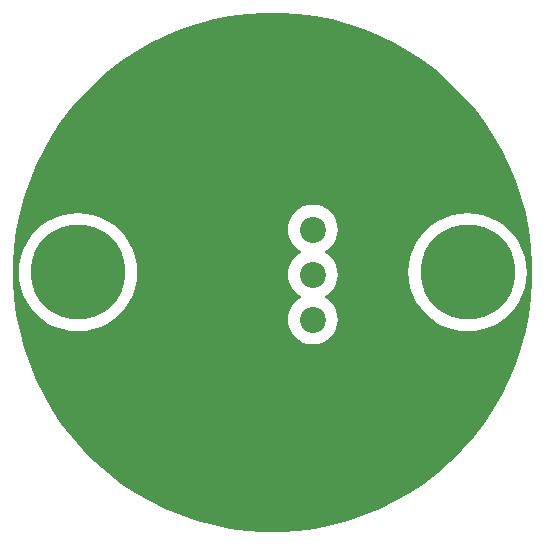
<source format=gtl>
G04*
G04 #@! TF.GenerationSoftware,Altium Limited,Altium Designer,20.1.8 (145)*
G04*
G04 Layer_Physical_Order=1*
G04 Layer_Color=255*
%FSTAX43Y43*%
%MOMM*%
G71*
G04*
G04 #@! TF.SameCoordinates,460DBC9C-AD8D-49FB-B63B-80CA5A5567CC*
G04*
G04*
G04 #@! TF.FilePolarity,Positive*
G04*
G01*
G75*
%ADD14C,2.200*%
%ADD15C,8.000*%
G36*
X0097157Y0096897D02*
X0098584Y0096709D01*
X0099996Y0096428D01*
X0101387Y0096055D01*
X010275Y0095593D01*
X0104081Y0095042D01*
X0105372Y0094405D01*
X0106619Y0093685D01*
X0107816Y0092885D01*
X0108958Y0092008D01*
X0110041Y0091059D01*
X0111059Y0090041D01*
X0112008Y0088958D01*
X0112885Y0087816D01*
X0113685Y0086619D01*
X0114405Y0085372D01*
X0115042Y0084081D01*
X0115593Y008275D01*
X0116055Y0081387D01*
X0116428Y0079996D01*
X0116709Y0078584D01*
X0116897Y0077157D01*
X0116991Y007572D01*
Y0075D01*
Y007428D01*
X0116897Y0072843D01*
X0116709Y0071416D01*
X0116428Y0070004D01*
X0116055Y0068613D01*
X0115593Y0067249D01*
X0115042Y0065919D01*
X0114405Y0064628D01*
X0113685Y0063381D01*
X0112885Y0062184D01*
X0112008Y0061042D01*
X0111059Y0059959D01*
X0110041Y0058941D01*
X0108958Y0057992D01*
X0107816Y0057115D01*
X0106619Y0056315D01*
X0105372Y0055595D01*
X0104081Y0054958D01*
X010275Y0054407D01*
X0101387Y0053945D01*
X0099996Y0053572D01*
X0098584Y0053291D01*
X0097157Y0053103D01*
X009572Y0053009D01*
X009428D01*
X0092843Y0053103D01*
X0091416Y0053291D01*
X0090004Y0053572D01*
X0088613Y0053945D01*
X008725Y0054407D01*
X0085919Y0054958D01*
X0084628Y0055595D01*
X0083381Y0056315D01*
X0082184Y0057115D01*
X0081042Y0057992D01*
X0079959Y0058941D01*
X0078941Y0059959D01*
X0077992Y0061042D01*
X0077115Y0062184D01*
X0076315Y0063381D01*
X0075595Y0064628D01*
X0074958Y0065919D01*
X0074407Y0067249D01*
X0073945Y0068613D01*
X0073572Y0070004D01*
X0073291Y0071416D01*
X0073103Y0072843D01*
X0073009Y007428D01*
Y0075D01*
Y007572D01*
X0073103Y0077157D01*
X0073291Y0078584D01*
X0073572Y0079996D01*
X0073945Y0081387D01*
X0074407Y008275D01*
X0074958Y0084081D01*
X0075595Y0085372D01*
X0076315Y0086619D01*
X0077115Y0087816D01*
X0077992Y0088958D01*
X0078941Y0090041D01*
X0079959Y0091059D01*
X0081042Y0092008D01*
X0082184Y0092885D01*
X0083381Y0093685D01*
X0084628Y0094405D01*
X0085919Y0095042D01*
X008725Y0095593D01*
X0088613Y0096055D01*
X0090004Y0096428D01*
X0091416Y0096709D01*
X0092843Y0096897D01*
X009428Y0096991D01*
X009572D01*
X0097157Y0096897D01*
D02*
G37*
%LPC*%
G36*
X01115Y0080011D02*
X0110846Y0079968D01*
X0110203Y007984D01*
X0109582Y0079629D01*
X0108995Y0079339D01*
X010845Y0078975D01*
X0107957Y0078543D01*
X0107525Y007805D01*
X0107161Y0077505D01*
X0106871Y0076918D01*
X010666Y0076297D01*
X0106532Y0075654D01*
X0106489Y0075D01*
X0106532Y0074346D01*
X010666Y0073703D01*
X0106871Y0073082D01*
X0107161Y0072495D01*
X0107525Y007195D01*
X0107957Y0071457D01*
X010845Y0071025D01*
X0108995Y0070661D01*
X0109582Y0070371D01*
X0110203Y007016D01*
X0110846Y0070032D01*
X01115Y0069989D01*
X0112154Y0070032D01*
X0112797Y007016D01*
X0113418Y0070371D01*
X0114005Y0070661D01*
X011455Y0071025D01*
X0115043Y0071457D01*
X0115475Y007195D01*
X0115839Y0072495D01*
X0116129Y0073082D01*
X011634Y0073703D01*
X0116468Y0074346D01*
X0116511Y0075D01*
X0116468Y0075654D01*
X011634Y0076297D01*
X0116129Y0076918D01*
X0115839Y0077505D01*
X0115475Y007805D01*
X0115043Y0078543D01*
X011455Y0078975D01*
X0114005Y0079339D01*
X0113418Y0079629D01*
X0112797Y007984D01*
X0112154Y0079968D01*
X01115Y0080011D01*
D02*
G37*
G36*
X00785D02*
X0077846Y0079968D01*
X0077203Y007984D01*
X0076582Y0079629D01*
X0075995Y0079339D01*
X007545Y0078975D01*
X0074957Y0078543D01*
X0074525Y007805D01*
X0074161Y0077505D01*
X0073871Y0076918D01*
X007366Y0076297D01*
X0073532Y0075654D01*
X0073489Y0075D01*
X0073532Y0074346D01*
X007366Y0073703D01*
X0073871Y0073082D01*
X0074161Y0072495D01*
X0074525Y007195D01*
X0074957Y0071457D01*
X007545Y0071025D01*
X0075995Y0070661D01*
X0076582Y0070371D01*
X0077203Y007016D01*
X0077846Y0070032D01*
X00785Y0069989D01*
X0079154Y0070032D01*
X0079797Y007016D01*
X0080418Y0070371D01*
X0081005Y0070661D01*
X008155Y0071025D01*
X0082043Y0071457D01*
X0082475Y007195D01*
X0082839Y0072495D01*
X0083129Y0073082D01*
X008334Y0073703D01*
X0083468Y0074346D01*
X0083511Y0075D01*
X0083468Y0075654D01*
X008334Y0076297D01*
X0083129Y0076918D01*
X0082839Y0077505D01*
X0082475Y007805D01*
X0082043Y0078543D01*
X008155Y0078975D01*
X0081005Y0079339D01*
X0080418Y0079629D01*
X0079797Y007984D01*
X0079154Y0079968D01*
X00785Y0080011D01*
D02*
G37*
G36*
X00984Y008073D02*
X0097988Y008069D01*
X0097592Y008057D01*
X0097228Y0080375D01*
X0096908Y0080112D01*
X0096645Y0079792D01*
X009645Y0079428D01*
X009633Y0079032D01*
X009629Y007862D01*
X009633Y0078208D01*
X009645Y0077812D01*
X0096645Y0077448D01*
X0096908Y0077128D01*
X0097228Y0076865D01*
X009739Y0076779D01*
Y0076651D01*
X0097228Y0076565D01*
X0096908Y0076302D01*
X0096645Y0075982D01*
X009645Y0075618D01*
X009633Y0075222D01*
X009629Y007481D01*
X009633Y0074398D01*
X009645Y0074002D01*
X0096645Y0073638D01*
X0096908Y0073318D01*
X0097228Y0073055D01*
X009739Y0072968D01*
Y0072841D01*
X0097228Y0072755D01*
X0096908Y0072492D01*
X0096645Y0072172D01*
X009645Y0071808D01*
X009633Y0071412D01*
X009629Y0071D01*
X009633Y0070588D01*
X009645Y0070192D01*
X0096645Y0069828D01*
X0096908Y0069508D01*
X0097228Y0069245D01*
X0097592Y006905D01*
X0097988Y006893D01*
X00984Y006889D01*
X0098812Y006893D01*
X0099208Y006905D01*
X0099572Y0069245D01*
X0099892Y0069508D01*
X0100155Y0069828D01*
X010035Y0070192D01*
X010047Y0070588D01*
X010051Y0071D01*
X010047Y0071412D01*
X010035Y0071808D01*
X0100155Y0072172D01*
X0099892Y0072492D01*
X0099572Y0072755D01*
X009941Y0072841D01*
Y0072968D01*
X0099572Y0073055D01*
X0099892Y0073318D01*
X0100155Y0073638D01*
X010035Y0074002D01*
X010047Y0074398D01*
X010051Y007481D01*
X010047Y0075222D01*
X010035Y0075618D01*
X0100155Y0075982D01*
X0099892Y0076302D01*
X0099572Y0076565D01*
X009941Y0076651D01*
Y0076779D01*
X0099572Y0076865D01*
X0099892Y0077128D01*
X0100155Y0077448D01*
X010035Y0077812D01*
X010047Y0078208D01*
X010051Y007862D01*
X010047Y0079032D01*
X010035Y0079428D01*
X0100155Y0079792D01*
X0099892Y0080112D01*
X0099572Y0080375D01*
X0099208Y008057D01*
X0098812Y008069D01*
X00984Y008073D01*
D02*
G37*
%LPD*%
D14*
Y007862D02*
D03*
Y007481D02*
D03*
Y0071D02*
D03*
D15*
X01115Y0075D02*
D03*
X00785D02*
D03*
M02*

</source>
